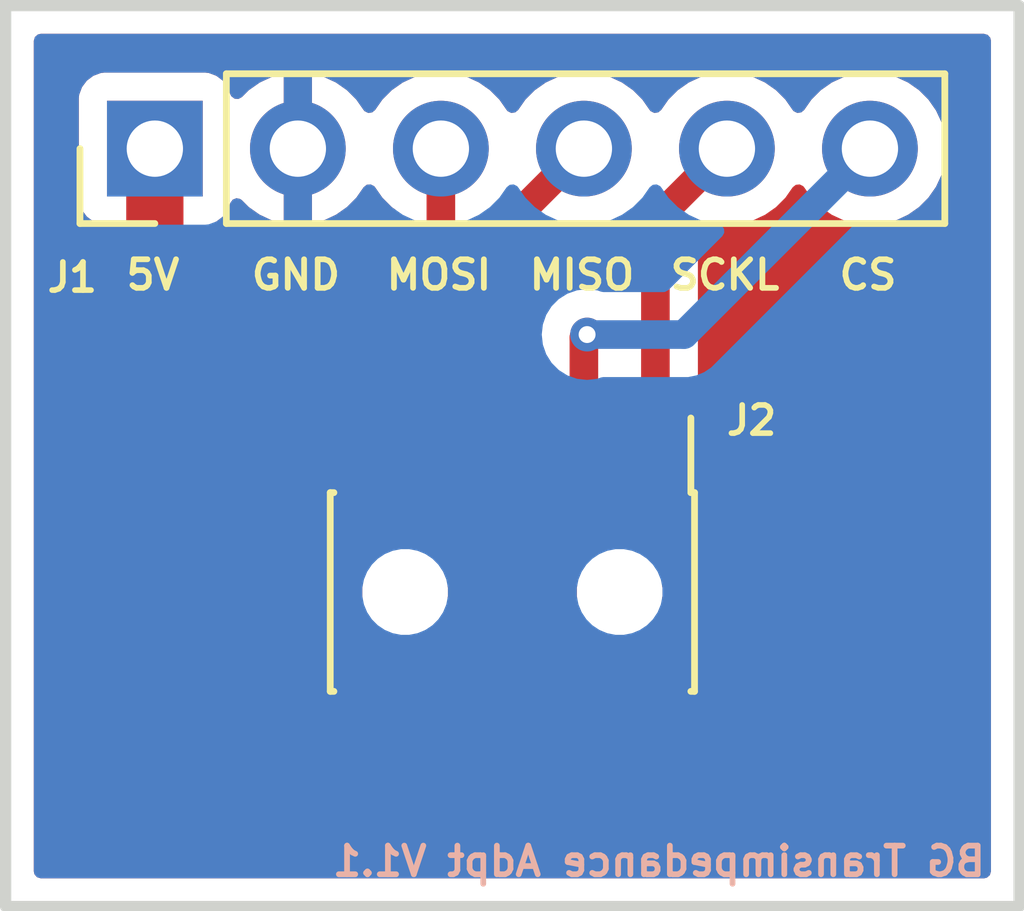
<source format=kicad_pcb>
(kicad_pcb (version 20240108) (generator "pcbnew") (generator_version "8.0")
  (layers (0 "F.Cu" signal) (31 "B.Cu" signal) (34 "B.Paste" user) (35 "F.Paste" user) (36 "B.SilkS" user "B.Silkscreen") (37 "F.SilkS" user "F.Silkscreen") (38 "B.Mask" user) (39 "F.Mask" user) (44 "Edge.Cuts" user))
  (net 0 "")
  (net 1 "CS")
  (net 2 "GND")
  (net 3 "MISO")
  (net 4 "MOSI")
  (net 5 "SCKL")
  (net 6 "5V")
  (footprint "Connector_PinHeader_1.27mm:PinHeader_2x05_P1.27mm_Vertical_SMD_SWD" (layer "F.Cu") (at 116.656 76.962 -90)
    (property "Reference" "J2" (at -3.048 -4.248 180) (layer "F.SilkS") (effects (font (size 0.5 0.5) (thickness 0.1))))
    (property "Value" "Conn_02x05_Odd_Even" (hide yes))
    (fp_line (start -1.765 3.235) (end 1.765 3.235) (stroke (width 0.12)) (layer "F.SilkS"))
    (fp_line (start -1.765 3.17) (end -1.765 3.235) (stroke (width 0.12)) (layer "F.SilkS"))
    (fp_line (start 1.765 3.17) (end 1.765 3.235) (stroke (width 0.12)) (layer "F.SilkS"))
    (fp_line (start -3.09 -3.17) (end -1.765 -3.17) (stroke (width 0.12)) (layer "F.SilkS"))
    (fp_line (start -1.765 -3.235) (end -1.765 -3.17) (stroke (width 0.12)) (layer "F.SilkS"))
    (fp_line (start -1.765 -3.235) (end 1.765 -3.235) (stroke (width 0.12)) (layer "F.SilkS"))
    (fp_line (start 1.765 -3.235) (end 1.765 -3.17) (stroke (width 0.12)) (layer "F.SilkS"))
    (pad "" np_thru_hole circle (at 0 -1.905 270) (size 1.02 1.02) (drill 1.02) (layers "F&B.Cu" "*.Mask"))
    (pad "" np_thru_hole circle (at 0 1.905 270) (size 1.02 1.02) (drill 1.02) (layers "F&B.Cu" "*.Mask"))
    (pad "1" smd rect (at -1.95 -2.54 270) (size 2.4 0.74) (layers "F.Cu" "F.Paste" "F.Mask") (net 5 "SCKL"))
    (pad "2" smd rect (at 1.95 -2.54 270) (size 2.4 0.74) (layers "F.Cu" "F.Paste" "F.Mask") (net 2 "GND"))
    (pad "3" smd rect (at -1.95 -1.27 270) (size 2.4 0.74) (layers "F.Cu" "F.Paste" "F.Mask") (net 1 "CS"))
    (pad "4" smd rect (at 1.95 -1.27 270) (size 2.4 0.74) (layers "F.Cu" "F.Paste" "F.Mask") (net 2 "GND"))
    (pad "5" smd rect (at -1.95 0 270) (size 2.4 0.74) (layers "F.Cu" "F.Paste" "F.Mask") (net 3 "MISO"))
    (pad "6" smd rect (at 1.95 0 270) (size 2.4 0.74) (layers "F.Cu" "F.Paste" "F.Mask") (net 2 "GND"))
    (pad "7" smd rect (at -1.95 1.27 270) (size 2.4 0.74) (layers "F.Cu" "F.Paste" "F.Mask") (net 4 "MOSI"))
    (pad "8" smd rect (at 1.95 1.27 270) (size 2.4 0.74) (layers "F.Cu" "F.Paste" "F.Mask") (net 2 "GND"))
    (pad "9" smd rect (at -1.95 2.54 270) (size 2.4 0.74) (layers "F.Cu" "F.Paste" "F.Mask") (net 2 "GND"))
    (pad "10" smd rect (at 1.95 2.54 270) (size 2.4 0.74) (layers "F.Cu" "F.Paste" "F.Mask") (net 6 "5V"))
  )
  (footprint "Connector_PinHeader_2.54mm:PinHeader_1x06_P2.54mm_Vertical" (layer "F.Cu") (at 110.306 69.088 90)
    (property "Reference" "J1" (at -2.286 -1.467 0) (layer "F.SilkS") (effects (font (size 0.5 0.5) (thickness 0.1) (bold yes))))
    (property "Value" "Conn_01x06" (hide yes))
    (fp_line (start -1.33 -1.33) (end 0 -1.33) (stroke (width 0.12)) (layer "F.SilkS"))
    (fp_line (start -1.33 0) (end -1.33 -1.33) (stroke (width 0.12)) (layer "F.SilkS"))
    (fp_line (start 1.33 1.27) (end 1.33 14.03) (stroke (width 0.12)) (layer "F.SilkS"))
    (fp_line (start -1.33 1.27) (end 1.33 1.27) (stroke (width 0.12)) (layer "F.SilkS"))
    (fp_line (start -1.33 1.27) (end -1.33 14.03) (stroke (width 0.12)) (layer "F.SilkS"))
    (fp_line (start -1.33 14.03) (end 1.33 14.03) (stroke (width 0.12)) (layer "F.SilkS"))
    (pad "1" thru_hole rect (at 0 0 90) (size 1.7 1.7) (drill 1) (layers "*.Cu" "*.Mask") (net 6 "5V"))
    (pad "2" thru_hole oval (at 0 2.54 90) (size 1.7 1.7) (drill 1) (layers "*.Cu" "*.Mask") (net 2 "GND"))
    (pad "3" thru_hole oval (at 0 5.08 90) (size 1.7 1.7) (drill 1) (layers "*.Cu" "*.Mask") (net 4 "MOSI"))
    (pad "4" thru_hole oval (at 0 7.62 90) (size 1.7 1.7) (drill 1) (layers "*.Cu" "*.Mask") (net 3 "MISO"))
    (pad "5" thru_hole oval (at 0 10.16 90) (size 1.7 1.7) (drill 1) (layers "*.Cu" "*.Mask") (net 5 "SCKL"))
    (pad "6" thru_hole oval (at 0 12.7 90) (size 1.7 1.7) (drill 1) (layers "*.Cu" "*.Mask") (net 1 "CS"))
  )
  (gr_rect (start 107.656 66.548) (end 125.656 82.548) (stroke (width 0.2)) (fill none) (layer "Edge.Cuts"))
  (gr_text "BG Transimpedance Adpt V1.1" (at 113.411 82.042 0) (layer "B.SilkS") (effects (font (size 0.508 0.508) (thickness 0.1016) (bold yes)) (justify right bottom mirror)))
  (gr_text "SCKL" (at 119.408876 71.628 0) (layer "F.SilkS") (effects (font (size 0.508 0.508) (thickness 0.1016) (bold yes)) (justify left bottom)))
  (gr_text "MOSI" (at 114.365162 71.628 0) (layer "F.SilkS") (effects (font (size 0.508 0.508) (thickness 0.1016) (bold yes)) (justify left bottom)))
  (gr_text "CS" (at 122.408495 71.628 0) (layer "F.SilkS") (effects (font (size 0.508 0.508) (thickness 0.1016) (bold yes)) (justify left bottom)))
  (gr_text "5V" (at 109.744781 71.628 0) (layer "F.SilkS") (effects (font (size 0.508 0.508) (thickness 0.1016) (bold yes)) (justify left bottom)))
  (gr_text "MISO" (at 116.905162 71.628 0) (layer "F.SilkS") (effects (font (size 0.508 0.508) (thickness 0.1016) (bold yes)) (justify left bottom)))
  (gr_text "GND" (at 111.970305 71.628 0) (layer "F.SilkS") (effects (font (size 0.508 0.508) (thickness 0.1016) (bold yes)) (justify left bottom)))
  (segment (start 117.926 72.447) (end 117.983 72.39) (width 0.508) (layer "F.Cu") (net 1))
  (segment (start 117.926 75.012) (end 117.926 72.447) (width 0.508) (layer "F.Cu") (net 1))
  (via (at 117.983 72.39) (size 0.6) (drill 0.3) (layers "F.Cu" "B.Cu") (net 1))
  (segment (start 117.983 72.39) (end 119.704 72.39) (width 0.508) (layer "B.Cu") (net 1))
  (segment (start 119.704 72.39) (end 123.006 69.088) (width 0.508) (layer "B.Cu") (net 1))
  (segment (start 116.656 75.012) (end 116.656 70.358) (width 0.508) (layer "F.Cu") (net 3))
  (segment (start 116.656 70.358) (end 117.926 69.088) (width 0.508) (layer "F.Cu") (net 3))
  (segment (start 115.386 75.012) (end 115.386 69.088) (width 0.508) (layer "F.Cu") (net 4))
  (segment (start 119.196 70.358) (end 120.466 69.088) (width 0.508) (layer "F.Cu") (net 5))
  (segment (start 119.196 75.012) (end 119.196 70.358) (width 0.508) (layer "F.Cu") (net 5))
  (segment (start 113.792 80.518) (end 111.379 80.518) (width 1.016) (layer "F.Cu") (net 6))
  (segment (start 114.116 78.912) (end 114.116 80.194) (width 1.016) (layer "F.Cu") (net 6))
  (segment (start 110.306 79.445) (end 110.306 69.088) (width 1.016) (layer "F.Cu") (net 6))
  (segment (start 114.116 80.194) (end 113.792 80.518) (width 1.016) (layer "F.Cu") (net 6))
  (segment (start 111.379 80.518) (end 110.306 79.445) (width 1.016) (layer "F.Cu") (net 6))
  (zone (net 2) (net_name "GND") (layer "F.Cu") (connect_pads (clearance 0.5)) (min_thickness 0.25) (fill yes (thermal_gap 0.5) (thermal_bridge_width 0.5))
    (polygon (pts (xy 125.476 82.423) (xy 125.476 66.675) (xy 107.823 66.675) (xy 107.823 82.423)))
  )
  (zone (net 2) (net_name "GND") (layer "B.Cu") (connect_pads (clearance 0.5)) (min_thickness 0.25) (fill yes (thermal_gap 0.5) (thermal_bridge_width 0.5))
    (polygon (pts (xy 125.476 82.423) (xy 125.476 66.675) (xy 107.823 66.675) (xy 107.823 82.423)))
  )
)
</source>
